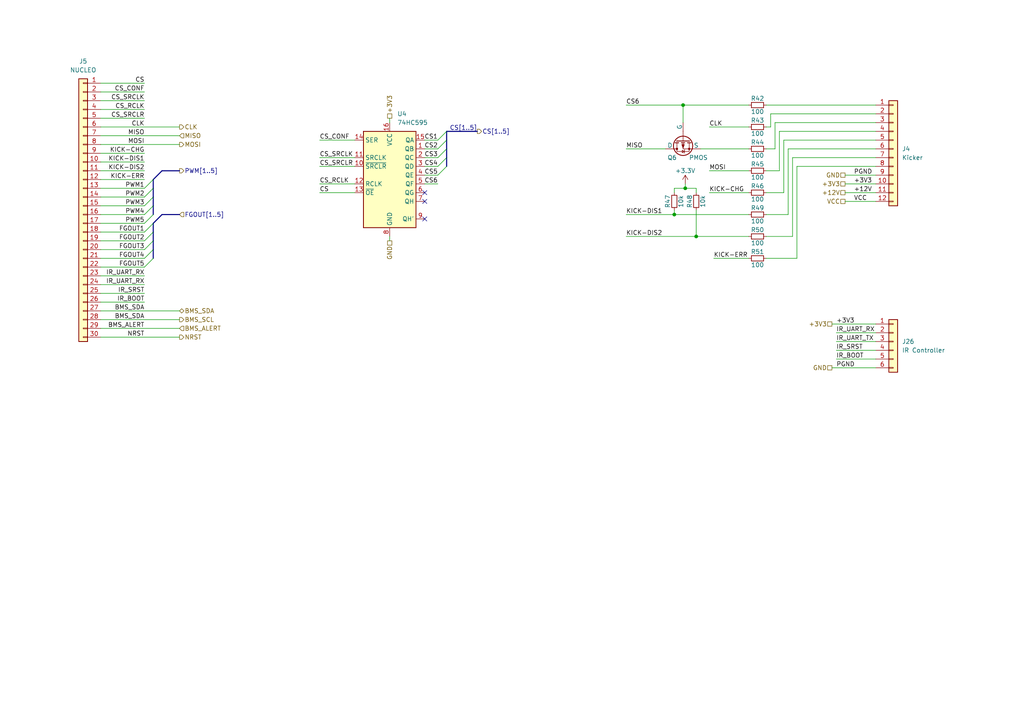
<source format=kicad_sch>
(kicad_sch (version 20230121) (generator eeschema)
  (paper "A4")
  (title_block (title "Connectors") (date "2024-01-18") (rev "v0.1"))
  (lib_symbols
    (symbol "74xx:74HC595"
      (property "Reference" "U" (at -7.62 13.97 0))
      (property "Value" "74HC595" (at -7.62 -16.51 0))
      (symbol "74HC595_1_0"
        (pin tri_state line (at 10.16 7.62 180) (length 2.54) (name "QB") (number "1"))
        (pin input line (at -10.16 2.54 0) (length 2.54) (name "~{SRCLR}") (number "10"))
        (pin input line (at -10.16 5.08 0) (length 2.54) (name "SRCLK") (number "11"))
        (pin input line (at -10.16 -2.54 0) (length 2.54) (name "RCLK") (number "12"))
        (pin input line (at -10.16 -5.08 0) (length 2.54) (name "~{OE}") (number "13"))
        (pin input line (at -10.16 10.16 0) (length 2.54) (name "SER") (number "14"))
        (pin tri_state line (at 10.16 10.16 180) (length 2.54) (name "QA") (number "15"))
        (pin power_in line (at 0 15.24 270) (length 2.54) (name "VCC") (number "16"))
        (pin tri_state line (at 10.16 5.08 180) (length 2.54) (name "QC") (number "2"))
        (pin tri_state line (at 10.16 2.54 180) (length 2.54) (name "QD") (number "3"))
        (pin tri_state line (at 10.16 0 180) (length 2.54) (name "QE") (number "4"))
        (pin tri_state line (at 10.16 -2.54 180) (length 2.54) (name "QF") (number "5"))
        (pin tri_state line (at 10.16 -5.08 180) (length 2.54) (name "QG") (number "6"))
        (pin tri_state line (at 10.16 -7.62 180) (length 2.54) (name "QH") (number "7"))
        (pin power_in line (at 0 -17.78 90) (length 2.54) (name "GND") (number "8"))
        (pin output line (at 10.16 -12.7 180) (length 2.54) (name "QH'") (number "9"))
      )
      (symbol "74HC595_1_1"
        (rectangle (start -7.62 12.7) (end 7.62 -15.24) (stroke (width 0.254)) (fill (type background)))
      )
    )
    (symbol "Connector_Generic:Conn_01x06" (pin_names (offset 1.016) hide)
      (property "Reference" "J" (at 0 7.62 0))
      (property "Value" "Conn_01x06" (at 0 -10.16 0))
      (symbol "Conn_01x06_1_1"
        (rectangle (start -1.27 -7.493) (end 0 -7.747) (stroke (width 0.1524)))
        (rectangle (start -1.27 -4.953) (end 0 -5.207) (stroke (width 0.1524)))
        (rectangle (start -1.27 -2.413) (end 0 -2.667) (stroke (width 0.1524)))
        (rectangle (start -1.27 0.127) (end 0 -0.127) (stroke (width 0.1524)))
        (rectangle (start -1.27 2.667) (end 0 2.413) (stroke (width 0.1524)))
        (rectangle (start -1.27 5.207) (end 0 4.953) (stroke (width 0.1524)))
        (rectangle (start -1.27 6.35) (end 1.27 -8.89) (stroke (width 0.254)) (fill (type background)))
        (pin passive line (at -5.08 5.08 0) (length 3.81) (name "Pin_1") (number "1"))
        (pin passive line (at -5.08 2.54 0) (length 3.81) (name "Pin_2") (number "2"))
        (pin passive line (at -5.08 0 0) (length 3.81) (name "Pin_3") (number "3"))
        (pin passive line (at -5.08 -2.54 0) (length 3.81) (name "Pin_4") (number "4"))
        (pin passive line (at -5.08 -5.08 0) (length 3.81) (name "Pin_5") (number "5"))
        (pin passive line (at -5.08 -7.62 0) (length 3.81) (name "Pin_6") (number "6"))
      )
    )
    (symbol "Connector_Generic:Conn_01x12" (pin_names (offset 1.016) hide)
      (property "Reference" "J" (at 0 15.24 0))
      (property "Value" "Conn_01x12" (at 0 -17.78 0))
      (symbol "Conn_01x12_1_1"
        (rectangle (start -1.27 -15.113) (end 0 -15.367) (stroke (width 0.1524)))
        (rectangle (start -1.27 -12.573) (end 0 -12.827) (stroke (width 0.1524)))
        (rectangle (start -1.27 -10.033) (end 0 -10.287) (stroke (width 0.1524)))
        (rectangle (start -1.27 -7.493) (end 0 -7.747) (stroke (width 0.1524)))
        (rectangle (start -1.27 -4.953) (end 0 -5.207) (stroke (width 0.1524)))
        (rectangle (start -1.27 -2.413) (end 0 -2.667) (stroke (width 0.1524)))
        (rectangle (start -1.27 0.127) (end 0 -0.127) (stroke (width 0.1524)))
        (rectangle (start -1.27 2.667) (end 0 2.413) (stroke (width 0.1524)))
        (rectangle (start -1.27 5.207) (end 0 4.953) (stroke (width 0.1524)))
        (rectangle (start -1.27 7.747) (end 0 7.493) (stroke (width 0.1524)))
        (rectangle (start -1.27 10.287) (end 0 10.033) (stroke (width 0.1524)))
        (rectangle (start -1.27 12.827) (end 0 12.573) (stroke (width 0.1524)))
        (rectangle (start -1.27 13.97) (end 1.27 -16.51) (stroke (width 0.254)) (fill (type background)))
        (pin passive line (at -5.08 12.7 0) (length 3.81) (name "Pin_1") (number "1"))
        (pin passive line (at -5.08 -10.16 0) (length 3.81) (name "Pin_10") (number "10"))
        (pin passive line (at -5.08 -12.7 0) (length 3.81) (name "Pin_11") (number "11"))
        (pin passive line (at -5.08 -15.24 0) (length 3.81) (name "Pin_12") (number "12"))
        (pin passive line (at -5.08 10.16 0) (length 3.81) (name "Pin_2") (number "2"))
        (pin passive line (at -5.08 7.62 0) (length 3.81) (name "Pin_3") (number "3"))
        (pin passive line (at -5.08 5.08 0) (length 3.81) (name "Pin_4") (number "4"))
        (pin passive line (at -5.08 2.54 0) (length 3.81) (name "Pin_5") (number "5"))
        (pin passive line (at -5.08 0 0) (length 3.81) (name "Pin_6") (number "6"))
        (pin passive line (at -5.08 -2.54 0) (length 3.81) (name "Pin_7") (number "7"))
        (pin passive line (at -5.08 -5.08 0) (length 3.81) (name "Pin_8") (number "8"))
        (pin passive line (at -5.08 -7.62 0) (length 3.81) (name "Pin_9") (number "9"))
      )
    )
    (symbol "Connector_Generic:Conn_01x30" (pin_names (offset 1.016) hide)
      (property "Reference" "J" (at 0 38.1 0))
      (property "Value" "Conn_01x30" (at 0 -40.64 0))
      (symbol "Conn_01x30_1_1"
        (rectangle (start -1.27 -37.973) (end 0 -38.227) (stroke (width 0.1524)))
        (rectangle (start -1.27 -35.433) (end 0 -35.687) (stroke (width 0.1524)))
        (rectangle (start -1.27 -32.893) (end 0 -33.147) (stroke (width 0.1524)))
        (rectangle (start -1.27 -30.353) (end 0 -30.607) (stroke (width 0.1524)))
        (rectangle (start -1.27 -27.813) (end 0 -28.067) (stroke (width 0.1524)))
        (rectangle (start -1.27 -25.273) (end 0 -25.527) (stroke (width 0.1524)))
        (rectangle (start -1.27 -22.733) (end 0 -22.987) (stroke (width 0.1524)))
        (rectangle (start -1.27 -20.193) (end 0 -20.447) (stroke (width 0.1524)))
        (rectangle (start -1.27 -17.653) (end 0 -17.907) (stroke (width 0.1524)))
        (rectangle (start -1.27 -15.113) (end 0 -15.367) (stroke (width 0.1524)))
        (rectangle (start -1.27 -12.573) (end 0 -12.827) (stroke (width 0.1524)))
        (rectangle (start -1.27 -10.033) (end 0 -10.287) (stroke (width 0.1524)))
        (rectangle (start -1.27 -7.493) (end 0 -7.747) (stroke (width 0.1524)))
        (rectangle (start -1.27 -4.953) (end 0 -5.207) (stroke (width 0.1524)))
        (rectangle (start -1.27 -2.413) (end 0 -2.667) (stroke (width 0.1524)))
        (rectangle (start -1.27 0.127) (end 0 -0.127) (stroke (width 0.1524)))
        (rectangle (start -1.27 2.667) (end 0 2.413) (stroke (width 0.1524)))
        (rectangle (start -1.27 5.207) (end 0 4.953) (stroke (width 0.1524)))
        (rectangle (start -1.27 7.747) (end 0 7.493) (stroke (width 0.1524)))
        (rectangle (start -1.27 10.287) (end 0 10.033) (stroke (width 0.1524)))
        (rectangle (start -1.27 12.827) (end 0 12.573) (stroke (width 0.1524)))
        (rectangle (start -1.27 15.367) (end 0 15.113) (stroke (width 0.1524)))
        (rectangle (start -1.27 17.907) (end 0 17.653) (stroke (width 0.1524)))
        (rectangle (start -1.27 20.447) (end 0 20.193) (stroke (width 0.1524)))
        (rectangle (start -1.27 22.987) (end 0 22.733) (stroke (width 0.1524)))
        (rectangle (start -1.27 25.527) (end 0 25.273) (stroke (width 0.1524)))
        (rectangle (start -1.27 28.067) (end 0 27.813) (stroke (width 0.1524)))
        (rectangle (start -1.27 30.607) (end 0 30.353) (stroke (width 0.1524)))
        (rectangle (start -1.27 33.147) (end 0 32.893) (stroke (width 0.1524)))
        (rectangle (start -1.27 35.687) (end 0 35.433) (stroke (width 0.1524)))
        (rectangle (start -1.27 36.83) (end 1.27 -39.37) (stroke (width 0.254)) (fill (type background)))
        (pin passive line (at -5.08 35.56 0) (length 3.81) (name "Pin_1") (number "1"))
        (pin passive line (at -5.08 12.7 0) (length 3.81) (name "Pin_10") (number "10"))
        (pin passive line (at -5.08 10.16 0) (length 3.81) (name "Pin_11") (number "11"))
        (pin passive line (at -5.08 7.62 0) (length 3.81) (name "Pin_12") (number "12"))
        (pin passive line (at -5.08 5.08 0) (length 3.81) (name "Pin_13") (number "13"))
        (pin passive line (at -5.08 2.54 0) (length 3.81) (name "Pin_14") (number "14"))
        (pin passive line (at -5.08 0 0) (length 3.81) (name "Pin_15") (number "15"))
        (pin passive line (at -5.08 -2.54 0) (length 3.81) (name "Pin_16") (number "16"))
        (pin passive line (at -5.08 -5.08 0) (length 3.81) (name "Pin_17") (number "17"))
        (pin passive line (at -5.08 -7.62 0) (length 3.81) (name "Pin_18") (number "18"))
        (pin passive line (at -5.08 -10.16 0) (length 3.81) (name "Pin_19") (number "19"))
        (pin passive line (at -5.08 33.02 0) (length 3.81) (name "Pin_2") (number "2"))
        (pin passive line (at -5.08 -12.7 0) (length 3.81) (name "Pin_20") (number "20"))
        (pin passive line (at -5.08 -15.24 0) (length 3.81) (name "Pin_21") (number "21"))
        (pin passive line (at -5.08 -17.78 0) (length 3.81) (name "Pin_22") (number "22"))
        (pin passive line (at -5.08 -20.32 0) (length 3.81) (name "Pin_23") (number "23"))
        (pin passive line (at -5.08 -22.86 0) (length 3.81) (name "Pin_24") (number "24"))
        (pin passive line (at -5.08 -25.4 0) (length 3.81) (name "Pin_25") (number "25"))
        (pin passive line (at -5.08 -27.94 0) (length 3.81) (name "Pin_26") (number "26"))
        (pin passive line (at -5.08 -30.48 0) (length 3.81) (name "Pin_27") (number "27"))
        (pin passive line (at -5.08 -33.02 0) (length 3.81) (name "Pin_28") (number "28"))
        (pin passive line (at -5.08 -35.56 0) (length 3.81) (name "Pin_29") (number "29"))
        (pin passive line (at -5.08 30.48 0) (length 3.81) (name "Pin_3") (number "3"))
        (pin passive line (at -5.08 -38.1 0) (length 3.81) (name "Pin_30") (number "30"))
        (pin passive line (at -5.08 27.94 0) (length 3.81) (name "Pin_4") (number "4"))
        (pin passive line (at -5.08 25.4 0) (length 3.81) (name "Pin_5") (number "5"))
        (pin passive line (at -5.08 22.86 0) (length 3.81) (name "Pin_6") (number "6"))
        (pin passive line (at -5.08 20.32 0) (length 3.81) (name "Pin_7") (number "7"))
        (pin passive line (at -5.08 17.78 0) (length 3.81) (name "Pin_8") (number "8"))
        (pin passive line (at -5.08 15.24 0) (length 3.81) (name "Pin_9") (number "9"))
      )
    )
    (symbol "Device:R_Small" (pin_numbers hide) (pin_names (offset 0.254) hide)
      (property "Reference" "R" (at 0.762 0.508 0))
      (property "Value" "R_Small" (at 0.762 -1.016 0))
      (symbol "R_Small_0_1"
        (rectangle (start -0.762 1.778) (end 0.762 -1.778) (stroke (width 0.2032)))
      )
      (symbol "R_Small_1_1"
        (pin passive line (at 0 2.54 270) (length 0.762) (name "~") (number "1"))
        (pin passive line (at 0 -2.54 90) (length 0.762) (name "~") (number "2"))
      )
    )
    (symbol "Simulation_SPICE:PMOS" (pin_numbers hide) (pin_names (offset 0))
      (property "Reference" "Q" (at 5.08 1.27 0))
      (property "Value" "PMOS" (at 5.08 -1.27 0))
      (symbol "PMOS_0_1"
        (polyline (pts (xy 0.254 0) (xy -2.54 0)))
        (polyline (pts (xy 0.254 1.905) (xy 0.254 -1.905)) (stroke (width 0.254)))
        (polyline (pts (xy 0.762 -1.27) (xy 0.762 -2.286)) (stroke (width 0.254)))
        (polyline (pts (xy 0.762 0.508) (xy 0.762 -0.508)) (stroke (width 0.254)))
        (polyline (pts (xy 0.762 2.286) (xy 0.762 1.27)) (stroke (width 0.254)))
        (polyline (pts (xy 2.54 2.54) (xy 2.54 1.778)))
        (polyline (pts (xy 2.54 -2.54) (xy 2.54 0) (xy 0.762 0)))
        (polyline (pts (xy 0.762 1.778) (xy 3.302 1.778) (xy 3.302 -1.778) (xy 0.762 -1.778)))
        (polyline (pts (xy 2.286 0) (xy 1.27 0.381) (xy 1.27 -0.381) (xy 2.286 0)) (fill (type outline)))
        (polyline (pts (xy 2.794 -0.508) (xy 2.921 -0.381) (xy 3.683 -0.381) (xy 3.81 -0.254)))
        (polyline (pts (xy 3.302 -0.381) (xy 2.921 0.254) (xy 3.683 0.254) (xy 3.302 -0.381)))
        (circle (center 1.651 0) (radius 2.794) (stroke (width 0.254)))
        (circle (center 2.54 -1.778) (radius 0.254) (fill (type outline)))
        (circle (center 2.54 1.778) (radius 0.254) (fill (type outline)))
      )
      (symbol "PMOS_1_1"
        (pin passive line (at 2.54 5.08 270) (length 2.54) (name "D") (number "1"))
        (pin input line (at -5.08 0 0) (length 2.54) (name "G") (number "2"))
        (pin passive line (at 2.54 -5.08 90) (length 2.54) (name "S") (number "3"))
      )
    )
    (symbol "power:+3.3V" (power) (pin_names (offset 0))
      (property "Value" "+3.3V" (at 0 3.556 0))
      (symbol "+3.3V_0_1"
        (polyline (pts (xy -0.762 1.27) (xy 0 2.54)))
        (polyline (pts (xy 0 0) (xy 0 2.54)))
        (polyline (pts (xy 0 2.54) (xy 0.762 1.27)))
      )
      (symbol "+3.3V_1_1"
        (pin power_in line (at 0 0 90) (length 0) hide (name "+3.3V") (number "1"))
      )
    )
  )
  (junction (at 198.755 54.61))
  (junction (at 198.12 30.48))
  (junction (at 201.93 68.58))
  (junction (at 195.58 62.23))
  (no_connect (at 123.19 55.88))
  (no_connect (at 123.19 58.42))
  (no_connect (at 123.19 63.5))
  (bus_entry (at 41.91 67.31) (size 2.54 -2.54))
  (bus_entry (at 41.91 62.23) (size 2.54 -2.54))
  (bus_entry (at 41.91 69.85) (size 2.54 -2.54))
  (bus_entry (at 129.54 40.64) (size -2.54 2.54))
  (bus_entry (at 41.91 59.69) (size 2.54 -2.54))
  (bus_entry (at 41.91 54.61) (size 2.54 -2.54))
  (bus_entry (at 41.91 74.93) (size 2.54 -2.54))
  (bus_entry (at 129.54 48.26) (size -2.54 2.54))
  (bus_entry (at 41.91 64.77) (size 2.54 -2.54))
  (bus_entry (at 129.54 43.18) (size -2.54 2.54))
  (bus_entry (at 41.91 57.15) (size 2.54 -2.54))
  (bus_entry (at 41.91 77.47) (size 2.54 -2.54))
  (bus_entry (at 129.54 38.1) (size -2.54 2.54))
  (bus_entry (at 129.54 45.72) (size -2.54 2.54))
  (bus_entry (at 41.91 72.39) (size 2.54 -2.54))
  (wire (pts (xy 201.93 60.96) (xy 201.93 68.58)))
  (wire (pts (xy 231.14 74.93) (xy 231.14 48.26)))
  (wire (pts (xy 29.21 34.29) (xy 41.91 34.29)))
  (wire (pts (xy 29.21 24.13) (xy 41.91 24.13)))
  (wire (pts (xy 29.21 54.61) (xy 41.91 54.61)))
  (wire (pts (xy 29.21 95.25) (xy 52.07 95.25)))
  (bus (pts (xy 44.45 54.61) (xy 44.45 52.07)))
  (wire (pts (xy 223.52 36.83) (xy 223.52 33.02)))
  (wire (pts (xy 205.74 49.53) (xy 217.17 49.53)))
  (wire (pts (xy 113.03 68.58) (xy 113.03 69.85)))
  (wire (pts (xy 242.57 104.14) (xy 254 104.14)))
  (wire (pts (xy 228.6 43.18) (xy 254 43.18)))
  (wire (pts (xy 201.93 55.88) (xy 201.93 54.61)))
  (wire (pts (xy 201.93 54.61) (xy 198.755 54.61)))
  (wire (pts (xy 181.61 62.23) (xy 195.58 62.23)))
  (wire (pts (xy 29.21 72.39) (xy 41.91 72.39)))
  (wire (pts (xy 229.87 68.58) (xy 229.87 45.72)))
  (wire (pts (xy 123.19 40.64) (xy 127 40.64)))
  (wire (pts (xy 198.755 54.61) (xy 195.58 54.61)))
  (wire (pts (xy 222.25 36.83) (xy 223.52 36.83)))
  (wire (pts (xy 29.21 82.55) (xy 41.91 82.55)))
  (wire (pts (xy 123.19 45.72) (xy 127 45.72)))
  (wire (pts (xy 241.3 106.68) (xy 254 106.68)))
  (bus (pts (xy 129.54 43.18) (xy 129.54 40.64)))
  (wire (pts (xy 222.25 49.53) (xy 226.06 49.53)))
  (wire (pts (xy 195.58 62.23) (xy 217.17 62.23)))
  (wire (pts (xy 228.6 62.23) (xy 228.6 43.18)))
  (wire (pts (xy 222.25 43.18) (xy 224.79 43.18)))
  (wire (pts (xy 29.21 52.07) (xy 41.91 52.07)))
  (wire (pts (xy 231.14 48.26) (xy 254 48.26)))
  (wire (pts (xy 123.19 48.26) (xy 127 48.26)))
  (wire (pts (xy 226.06 49.53) (xy 226.06 38.1)))
  (wire (pts (xy 222.25 68.58) (xy 229.87 68.58)))
  (bus (pts (xy 44.45 64.77) (xy 46.99 62.23)))
  (wire (pts (xy 241.3 93.98) (xy 254 93.98)))
  (wire (pts (xy 92.71 45.72) (xy 102.87 45.72)))
  (wire (pts (xy 205.74 55.88) (xy 217.17 55.88)))
  (bus (pts (xy 44.45 67.31) (xy 44.45 64.77)))
  (wire (pts (xy 222.25 62.23) (xy 228.6 62.23)))
  (wire (pts (xy 224.79 35.56) (xy 254 35.56)))
  (wire (pts (xy 29.21 77.47) (xy 41.91 77.47)))
  (wire (pts (xy 181.61 68.58) (xy 201.93 68.58)))
  (bus (pts (xy 44.45 72.39) (xy 44.45 69.85)))
  (wire (pts (xy 207.01 74.93) (xy 217.17 74.93)))
  (wire (pts (xy 203.2 43.18) (xy 217.17 43.18)))
  (wire (pts (xy 29.21 87.63) (xy 41.91 87.63)))
  (wire (pts (xy 229.87 45.72) (xy 254 45.72)))
  (wire (pts (xy 181.61 30.48) (xy 198.12 30.48)))
  (wire (pts (xy 29.21 90.17) (xy 52.07 90.17)))
  (wire (pts (xy 29.21 26.67) (xy 41.91 26.67)))
  (wire (pts (xy 92.71 48.26) (xy 102.87 48.26)))
  (wire (pts (xy 198.12 30.48) (xy 217.17 30.48)))
  (wire (pts (xy 29.21 44.45) (xy 41.91 44.45)))
  (wire (pts (xy 29.21 59.69) (xy 41.91 59.69)))
  (wire (pts (xy 226.06 38.1) (xy 254 38.1)))
  (wire (pts (xy 29.21 41.91) (xy 52.07 41.91)))
  (wire (pts (xy 227.33 40.64) (xy 254 40.64)))
  (wire (pts (xy 242.57 101.6) (xy 254 101.6)))
  (wire (pts (xy 242.57 96.52) (xy 254 96.52)))
  (wire (pts (xy 29.21 92.71) (xy 52.07 92.71)))
  (wire (pts (xy 222.25 30.48) (xy 254 30.48)))
  (wire (pts (xy 205.74 36.83) (xy 217.17 36.83)))
  (bus (pts (xy 44.45 59.69) (xy 44.45 57.15)))
  (bus (pts (xy 44.45 57.15) (xy 44.45 54.61)))
  (wire (pts (xy 29.21 49.53) (xy 41.91 49.53)))
  (bus (pts (xy 46.99 49.53) (xy 52.07 49.53)))
  (wire (pts (xy 123.19 50.8) (xy 127 50.8)))
  (wire (pts (xy 222.25 55.88) (xy 227.33 55.88)))
  (wire (pts (xy 29.21 39.37) (xy 52.07 39.37)))
  (wire (pts (xy 29.21 29.21) (xy 41.91 29.21)))
  (bus (pts (xy 129.54 38.1) (xy 138.43 38.1)))
  (wire (pts (xy 29.21 46.99) (xy 41.91 46.99)))
  (bus (pts (xy 44.45 69.85) (xy 44.45 67.31)))
  (wire (pts (xy 181.61 43.18) (xy 193.04 43.18)))
  (wire (pts (xy 29.21 62.23) (xy 41.91 62.23)))
  (wire (pts (xy 198.755 53.34) (xy 198.755 54.61)))
  (wire (pts (xy 195.58 54.61) (xy 195.58 55.88)))
  (bus (pts (xy 129.54 45.72) (xy 129.54 43.18)))
  (bus (pts (xy 129.54 48.26) (xy 129.54 45.72)))
  (wire (pts (xy 198.12 35.56) (xy 198.12 30.48)))
  (wire (pts (xy 245.11 58.42) (xy 254 58.42)))
  (wire (pts (xy 29.21 97.79) (xy 52.07 97.79)))
  (wire (pts (xy 92.71 53.34) (xy 102.87 53.34)))
  (wire (pts (xy 29.21 57.15) (xy 41.91 57.15)))
  (wire (pts (xy 195.58 60.96) (xy 195.58 62.23)))
  (wire (pts (xy 245.11 53.34) (xy 254 53.34)))
  (bus (pts (xy 44.45 74.93) (xy 44.45 72.39)))
  (wire (pts (xy 245.11 50.8) (xy 254 50.8)))
  (bus (pts (xy 46.99 62.23) (xy 52.07 62.23)))
  (wire (pts (xy 242.57 99.06) (xy 254 99.06)))
  (wire (pts (xy 223.52 33.02) (xy 254 33.02)))
  (wire (pts (xy 29.21 85.09) (xy 41.91 85.09)))
  (wire (pts (xy 29.21 31.75) (xy 41.91 31.75)))
  (wire (pts (xy 92.71 55.88) (xy 102.87 55.88)))
  (wire (pts (xy 29.21 64.77) (xy 41.91 64.77)))
  (wire (pts (xy 113.03 34.29) (xy 113.03 35.56)))
  (bus (pts (xy 129.54 40.64) (xy 129.54 38.1)))
  (wire (pts (xy 224.79 43.18) (xy 224.79 35.56)))
  (bus (pts (xy 44.45 62.23) (xy 44.45 59.69)))
  (wire (pts (xy 92.71 40.64) (xy 102.87 40.64)))
  (wire (pts (xy 29.21 69.85) (xy 41.91 69.85)))
  (wire (pts (xy 201.93 68.58) (xy 217.17 68.58)))
  (wire (pts (xy 123.19 53.34) (xy 127 53.34)))
  (wire (pts (xy 123.19 43.18) (xy 127 43.18)))
  (wire (pts (xy 29.21 67.31) (xy 41.91 67.31)))
  (wire (pts (xy 29.21 74.93) (xy 41.91 74.93)))
  (wire (pts (xy 222.25 74.93) (xy 231.14 74.93)))
  (wire (pts (xy 245.11 55.88) (xy 254 55.88)))
  (bus (pts (xy 44.45 52.07) (xy 46.99 49.53)))
  (wire (pts (xy 29.21 36.83) (xy 52.07 36.83)))
  (wire (pts (xy 29.21 80.01) (xy 41.91 80.01)))
  (wire (pts (xy 227.33 55.88) (xy 227.33 40.64)))
  (label "IR_BOOT" (at 41.91 87.63 180))
  (label "PWM5" (at 41.91 64.77 180))
  (label "PWM2" (at 41.91 57.15 180))
  (label "MISO" (at 181.61 43.18 0))
  (label "PWM4" (at 41.91 62.23 180))
  (label "CS[1..5]" (at 138.43 38.1 180))
  (label "MOSI" (at 205.74 49.53 0))
  (label "+3V3" (at 242.57 93.98 0))
  (label "KICK-DIS1" (at 181.61 62.23 0))
  (label "PGND" (at 242.57 106.68 0))
  (label "CS_SRCLK" (at 92.71 45.72 0))
  (label "CS" (at 41.91 24.13 180))
  (label "IR_UART_RX" (at 41.91 82.55 180))
  (label "BMS_ALERT" (at 41.91 95.25 180))
  (label "KICK-CHG" (at 41.91 44.45 180))
  (label "KICK-DIS1" (at 41.91 46.99 180))
  (label "IR_UART_TX" (at 242.57 99.06 0))
  (label "CS_SRCLR" (at 92.71 48.26 0))
  (label "CS3" (at 127 45.72 180))
  (label "CS_RCLK" (at 41.91 31.75 180))
  (label "MISO" (at 41.91 39.37 180))
  (label "PGND" (at 247.65 50.8 0))
  (label "FGOUT1" (at 41.91 67.31 180))
  (label "IR_UART_RX" (at 41.91 80.01 180))
  (label "IR_SRST" (at 242.57 101.6 0))
  (label "CS6" (at 181.61 30.48 0))
  (label "VCC" (at 247.65 58.42 0))
  (label "FGOUT2" (at 41.91 69.85 180))
  (label "CS4" (at 127 48.26 180))
  (label "CS" (at 92.71 55.88 0))
  (label "CS_CONF" (at 41.91 26.67 180))
  (label "KICK-CHG" (at 205.74 55.88 0))
  (label "IR_BOOT" (at 242.57 104.14 0))
  (label "CS2" (at 127 43.18 180))
  (label "FGOUT3" (at 41.91 72.39 180))
  (label "BMS_SDA" (at 41.91 92.71 180))
  (label "MOSI" (at 41.91 41.91 180))
  (label "KICK-DIS2" (at 41.91 49.53 180))
  (label "CS6" (at 127 53.34 180))
  (label "NRST" (at 41.91 97.79 180))
  (label "KICK-ERR" (at 41.91 52.07 180))
  (label "CS1" (at 127 40.64 180))
  (label "CS_SRCLK" (at 41.91 29.21 180))
  (label "KICK-ERR" (at 207.01 74.93 0))
  (label "KICK-DIS2" (at 181.61 68.58 0))
  (label "FGOUT4" (at 41.91 74.93 180))
  (label "CLK" (at 41.91 36.83 180))
  (label "+3V3" (at 247.65 53.34 0))
  (label "CS_CONF" (at 92.71 40.64 0))
  (label "CS_SRCLR" (at 41.91 34.29 180))
  (label "CLK" (at 205.74 36.83 0))
  (label "IR_SRST" (at 41.91 85.09 180))
  (label "IR_UART_RX" (at 242.57 96.52 0))
  (label "FGOUT5" (at 41.91 77.47 180))
  (label "+12V" (at 247.65 55.88 0))
  (label "BMS_SDA" (at 41.91 90.17 180))
  (label "CS5" (at 127 50.8 180))
  (label "CS_RCLK" (at 92.71 53.34 0))
  (label "PWM1" (at 41.91 54.61 180))
  (label "PWM3" (at 41.91 59.69 180))
  (hierarchical_label "GND" (shape passive) (at 245.11 50.8 180))
  (hierarchical_label "+3V3" (shape passive) (at 113.03 34.29 90))
  (hierarchical_label "NRST" (shape output) (at 52.07 97.79 0))
  (hierarchical_label "+12V" (shape passive) (at 245.11 55.88 180))
  (hierarchical_label "CLK" (shape output) (at 52.07 36.83 0))
  (hierarchical_label "PWM[1..5]" (shape output) (at 52.07 49.53 0))
  (hierarchical_label "+3V3" (shape passive) (at 241.3 93.98 180))
  (hierarchical_label "VCC" (shape passive) (at 245.11 58.42 180))
  (hierarchical_label "MISO" (shape input) (at 52.07 39.37 0))
  (hierarchical_label "FGOUT[1..5]" (shape input) (at 52.07 62.23 0))
  (hierarchical_label "+3V3" (shape passive) (at 245.11 53.34 180))
  (hierarchical_label "BMS_SCL" (shape output) (at 52.07 92.71 0))
  (hierarchical_label "GND" (shape passive) (at 113.03 69.85 270))
  (hierarchical_label "MOSI" (shape output) (at 52.07 41.91 0))
  (hierarchical_label "BMS_SDA" (shape bidirectional) (at 52.07 90.17 0))
  (hierarchical_label "BMS_ALERT" (shape input) (at 52.07 95.25 0))
  (hierarchical_label "GND" (shape passive) (at 241.3 106.68 180))
  (hierarchical_label "CS[1..5]" (shape output) (at 138.43 38.1 0))
  (symbol (lib_id "74xx:74HC595") (at 113.03 50.8 0) (unit 1)
    (property "Reference" "U4" (at 115.2241 33.02 0) (effects (justify left)))
    (property "Value" "74HC595" (at 115.2241 35.56 0) (effects (justify left)))
    (property "Datasheet" "http://www.ti.com/lit/ds/symlink/sn74hc595.pdf" (effects hide))
  )
  (symbol (lib_id "Device:R_Small") (at 219.71 55.88 90) (unit 1)
    (property "Reference" "R46" (at 219.71 53.975 90))
    (property "Value" "100" (at 219.71 57.785 90))
  )
  (symbol (lib_id "power:+3.3V") (at 198.755 53.34 0) (unit 1)
    (property "Reference" "#PWR050" (effects hide))
    (property "Value" "+3.3V" (at 198.755 49.53 0))
  )
  (symbol (lib_id "Device:R_Small") (at 219.71 68.58 90) (unit 1)
    (property "Reference" "R50" (at 219.71 66.675 90))
    (property "Value" "100" (at 219.71 70.485 90))
  )
  (symbol (lib_id "Device:R_Small") (at 219.71 30.48 90) (unit 1)
    (property "Reference" "R42" (at 219.71 28.575 90))
    (property "Value" "100" (at 219.71 32.385 90))
  )
  (symbol (lib_id "Device:R_Small") (at 219.71 74.93 90) (unit 1)
    (property "Reference" "R51" (at 219.71 73.025 90))
    (property "Value" "100" (at 219.71 76.835 90))
  )
  (symbol (lib_id "Device:R_Small") (at 219.71 36.83 90) (unit 1)
    (property "Reference" "R43" (at 219.71 34.925 90))
    (property "Value" "100" (at 219.71 38.735 90))
  )
  (symbol (lib_id "Device:R_Small") (at 219.71 62.23 90) (unit 1)
    (property "Reference" "R49" (at 219.71 60.325 90))
    (property "Value" "100" (at 219.71 64.135 90))
  )
  (symbol (lib_id "Connector_Generic:Conn_01x12") (at 259.08 43.18 0) (unit 1)
    (property "Reference" "J4" (at 261.62 43.18 0) (effects (justify left)))
    (property "Value" "Kicker" (at 261.62 45.72 0) (effects (justify left)))
  )
  (symbol (lib_id "Device:R_Small") (at 201.93 58.42 180) (unit 1)
    (property "Reference" "R48" (at 200.025 58.42 90))
    (property "Value" "10k" (at 203.835 58.42 90))
  )
  (symbol (lib_id "Connector_Generic:Conn_01x06") (at 259.08 99.06 0) (unit 1)
    (property "Reference" "J26" (at 261.62 99.06 0) (effects (justify left)))
    (property "Value" "IR Controller" (at 261.62 101.6 0) (effects (justify left)))
  )
  (symbol (lib_id "Device:R_Small") (at 219.71 49.53 90) (unit 1)
    (property "Reference" "R45" (at 219.71 47.625 90))
    (property "Value" "100" (at 219.71 51.435 90))
  )
  (symbol (lib_id "Simulation_SPICE:PMOS") (at 198.12 40.64 90) (mirror x) (unit 1)
    (property "Reference" "Q6" (at 194.945 45.72 90))
    (property "Value" "PMOS" (at 202.565 45.72 90))
    (property "Datasheet" "https://ngspice.sourceforge.io/docs/ngspice-manual.pdf" (effects hide))
    (property "Sim.Device" "PMOS" (effects hide))
    (property "Sim.Type" "VDMOS" (effects hide))
    (property "Sim.Pins" "1=D 2=G 3=S" (effects hide))
  )
  (symbol (lib_id "Connector_Generic:Conn_01x30") (at 24.13 59.69 0) (mirror y) (unit 1)
    (property "Reference" "J5" (at 24.13 17.78 0))
    (property "Value" "NUCLEO" (at 24.13 20.32 0))
  )
  (symbol (lib_id "Device:R_Small") (at 219.71 43.18 90) (unit 1)
    (property "Reference" "R44" (at 219.71 41.275 90))
    (property "Value" "100" (at 219.71 45.085 90))
  )
  (symbol (lib_id "Device:R_Small") (at 195.58 58.42 180) (unit 1)
    (property "Reference" "R47" (at 193.675 58.42 90))
    (property "Value" "10k" (at 197.485 58.42 90))
  )
)
</source>
